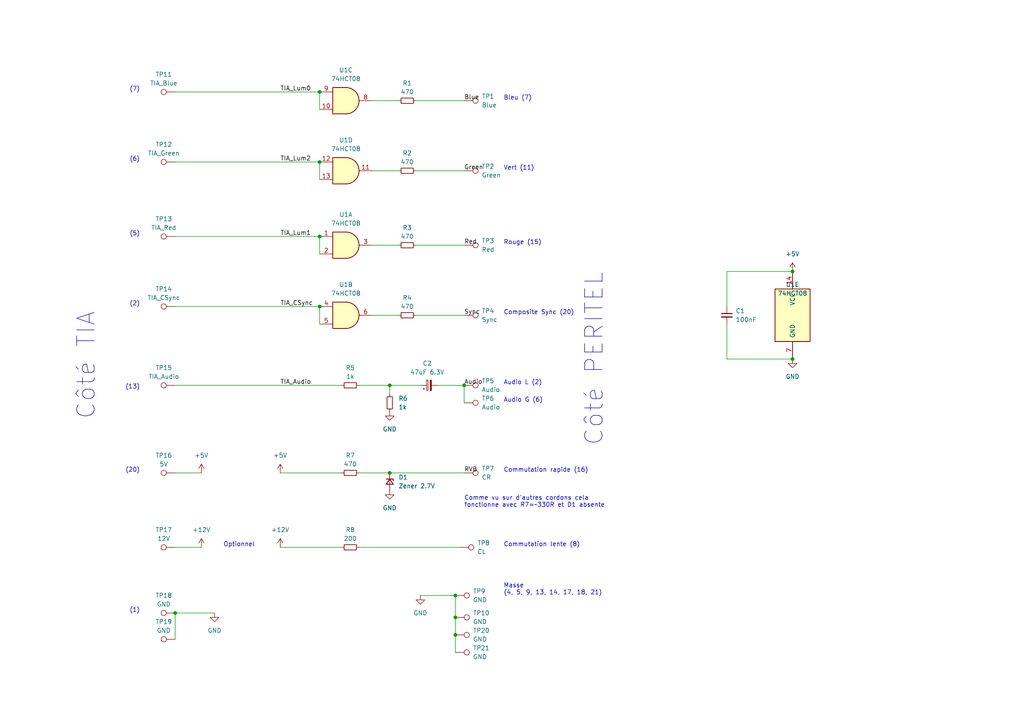
<source format=kicad_sch>
(kicad_sch (version 20230121) (generator eeschema)
  (paper "A4")
  (title_block (title "Atari 2600 SECAM to RGB") (date "2023-11-05") (rev "0.1") (company "FLACO 2023, CC-BY-NC-SA") (comment 1 "Version personnelle CMS de http://eddystoys.blogspot.com/2014/08/atari-2600.html"))
  (lib_symbols
    (symbol "74xx:74LS08" (pin_names (offset 1.016))
      (property "Reference" "U" (at 0 1.27 0))
      (property "Value" "74LS08" (at 0 -1.27 0))
      (symbol "74LS08_1_1"
        (arc (start 0 -3.81) (mid 3.7934 0) (end 0 3.81) (stroke (width 0.254)) (fill (type background)))
        (polyline (pts (xy 0 3.81) (xy -3.81 3.81) (xy -3.81 -3.81) (xy 0 -3.81)) (stroke (width 0.254)) (fill (type background)))
        (pin input line (at -7.62 2.54 0) (length 3.81) (name "~") (number "1"))
        (pin input line (at -7.62 -2.54 0) (length 3.81) (name "~") (number "2"))
        (pin output line (at 7.62 0 180) (length 3.81) (name "~") (number "3"))
      )
      (symbol "74LS08_1_2"
        (arc (start -3.81 -3.81) (mid -2.589 0) (end -3.81 3.81) (stroke (width 0.254)))
        (arc (start -0.6096 -3.81) (mid 2.1842 -2.5851) (end 3.81 0) (stroke (width 0.254)) (fill (type background)))
        (polyline (pts (xy -3.81 -3.81) (xy -0.635 -3.81)) (stroke (width 0.254)) (fill (type background)))
        (polyline (pts (xy -3.81 3.81) (xy -0.635 3.81)) (stroke (width 0.254)) (fill (type background)))
        (polyline (pts (xy -0.635 3.81) (xy -3.81 3.81) (xy -3.81 3.81) (xy -3.556 3.4036) (xy -3.0226 2.2606) (xy -2.6924 1.0414) (xy -2.6162 -0.254) (xy -2.7686 -1.4986) (xy -3.175 -2.7178) (xy -3.81 -3.81) (xy -3.81 -3.81) (xy -0.635 -3.81)) (stroke (width -25.4)) (fill (type background)))
        (arc (start 3.81 0) (mid 2.1915 2.5936) (end -0.6096 3.81) (stroke (width 0.254)) (fill (type background)))
        (pin input inverted (at -7.62 2.54 0) (length 4.318) (name "~") (number "1"))
        (pin input inverted (at -7.62 -2.54 0) (length 4.318) (name "~") (number "2"))
        (pin output inverted (at 7.62 0 180) (length 3.81) (name "~") (number "3"))
      )
      (symbol "74LS08_2_1"
        (arc (start 0 -3.81) (mid 3.7934 0) (end 0 3.81) (stroke (width 0.254)) (fill (type background)))
        (polyline (pts (xy 0 3.81) (xy -3.81 3.81) (xy -3.81 -3.81) (xy 0 -3.81)) (stroke (width 0.254)) (fill (type background)))
        (pin input line (at -7.62 2.54 0) (length 3.81) (name "~") (number "4"))
        (pin input line (at -7.62 -2.54 0) (length 3.81) (name "~") (number "5"))
        (pin output line (at 7.62 0 180) (length 3.81) (name "~") (number "6"))
      )
      (symbol "74LS08_2_2"
        (arc (start -3.81 -3.81) (mid -2.589 0) (end -3.81 3.81) (stroke (width 0.254)))
        (arc (start -0.6096 -3.81) (mid 2.1842 -2.5851) (end 3.81 0) (stroke (width 0.254)) (fill (type background)))
        (polyline (pts (xy -3.81 -3.81) (xy -0.635 -3.81)) (stroke (width 0.254)) (fill (type background)))
        (polyline (pts (xy -3.81 3.81) (xy -0.635 3.81)) (stroke (width 0.254)) (fill (type background)))
        (polyline (pts (xy -0.635 3.81) (xy -3.81 3.81) (xy -3.81 3.81) (xy -3.556 3.4036) (xy -3.0226 2.2606) (xy -2.6924 1.0414) (xy -2.6162 -0.254) (xy -2.7686 -1.4986) (xy -3.175 -2.7178) (xy -3.81 -3.81) (xy -3.81 -3.81) (xy -0.635 -3.81)) (stroke (width -25.4)) (fill (type background)))
        (arc (start 3.81 0) (mid 2.1915 2.5936) (end -0.6096 3.81) (stroke (width 0.254)) (fill (type background)))
        (pin input inverted (at -7.62 2.54 0) (length 4.318) (name "~") (number "4"))
        (pin input inverted (at -7.62 -2.54 0) (length 4.318) (name "~") (number "5"))
        (pin output inverted (at 7.62 0 180) (length 3.81) (name "~") (number "6"))
      )
      (symbol "74LS08_3_1"
        (arc (start 0 -3.81) (mid 3.7934 0) (end 0 3.81) (stroke (width 0.254)) (fill (type background)))
        (polyline (pts (xy 0 3.81) (xy -3.81 3.81) (xy -3.81 -3.81) (xy 0 -3.81)) (stroke (width 0.254)) (fill (type background)))
        (pin input line (at -7.62 -2.54 0) (length 3.81) (name "~") (number "10"))
        (pin output line (at 7.62 0 180) (length 3.81) (name "~") (number "8"))
        (pin input line (at -7.62 2.54 0) (length 3.81) (name "~") (number "9"))
      )
      (symbol "74LS08_3_2"
        (arc (start -3.81 -3.81) (mid -2.589 0) (end -3.81 3.81) (stroke (width 0.254)))
        (arc (start -0.6096 -3.81) (mid 2.1842 -2.5851) (end 3.81 0) (stroke (width 0.254)) (fill (type background)))
        (polyline (pts (xy -3.81 -3.81) (xy -0.635 -3.81)) (stroke (width 0.254)) (fill (type background)))
        (polyline (pts (xy -3.81 3.81) (xy -0.635 3.81)) (stroke (width 0.254)) (fill (type background)))
        (polyline (pts (xy -0.635 3.81) (xy -3.81 3.81) (xy -3.81 3.81) (xy -3.556 3.4036) (xy -3.0226 2.2606) (xy -2.6924 1.0414) (xy -2.6162 -0.254) (xy -2.7686 -1.4986) (xy -3.175 -2.7178) (xy -3.81 -3.81) (xy -3.81 -3.81) (xy -0.635 -3.81)) (stroke (width -25.4)) (fill (type background)))
        (arc (start 3.81 0) (mid 2.1915 2.5936) (end -0.6096 3.81) (stroke (width 0.254)) (fill (type background)))
        (pin input inverted (at -7.62 -2.54 0) (length 4.318) (name "~") (number "10"))
        (pin output inverted (at 7.62 0 180) (length 3.81) (name "~") (number "8"))
        (pin input inverted (at -7.62 2.54 0) (length 4.318) (name "~") (number "9"))
      )
      (symbol "74LS08_4_1"
        (arc (start 0 -3.81) (mid 3.7934 0) (end 0 3.81) (stroke (width 0.254)) (fill (type background)))
        (polyline (pts (xy 0 3.81) (xy -3.81 3.81) (xy -3.81 -3.81) (xy 0 -3.81)) (stroke (width 0.254)) (fill (type background)))
        (pin output line (at 7.62 0 180) (length 3.81) (name "~") (number "11"))
        (pin input line (at -7.62 2.54 0) (length 3.81) (name "~") (number "12"))
        (pin input line (at -7.62 -2.54 0) (length 3.81) (name "~") (number "13"))
      )
      (symbol "74LS08_4_2"
        (arc (start -3.81 -3.81) (mid -2.589 0) (end -3.81 3.81) (stroke (width 0.254)))
        (arc (start -0.6096 -3.81) (mid 2.1842 -2.5851) (end 3.81 0) (stroke (width 0.254)) (fill (type background)))
        (polyline (pts (xy -3.81 -3.81) (xy -0.635 -3.81)) (stroke (width 0.254)) (fill (type background)))
        (polyline (pts (xy -3.81 3.81) (xy -0.635 3.81)) (stroke (width 0.254)) (fill (type background)))
        (polyline (pts (xy -0.635 3.81) (xy -3.81 3.81) (xy -3.81 3.81) (xy -3.556 3.4036) (xy -3.0226 2.2606) (xy -2.6924 1.0414) (xy -2.6162 -0.254) (xy -2.7686 -1.4986) (xy -3.175 -2.7178) (xy -3.81 -3.81) (xy -3.81 -3.81) (xy -0.635 -3.81)) (stroke (width -25.4)) (fill (type background)))
        (arc (start 3.81 0) (mid 2.1915 2.5936) (end -0.6096 3.81) (stroke (width 0.254)) (fill (type background)))
        (pin output inverted (at 7.62 0 180) (length 3.81) (name "~") (number "11"))
        (pin input inverted (at -7.62 2.54 0) (length 4.318) (name "~") (number "12"))
        (pin input inverted (at -7.62 -2.54 0) (length 4.318) (name "~") (number "13"))
      )
      (symbol "74LS08_5_0"
        (pin power_in line (at 0 12.7 270) (length 5.08) (name "VCC") (number "14"))
        (pin power_in line (at 0 -12.7 90) (length 5.08) (name "GND") (number "7"))
      )
      (symbol "74LS08_5_1"
        (rectangle (start -5.08 7.62) (end 5.08 -7.62) (stroke (width 0.254)) (fill (type background)))
      )
    )
    (symbol "Connector:TestPoint" (pin_numbers hide) (pin_names (offset 0.762) hide)
      (property "Reference" "TP" (at 0 6.858 0))
      (property "Value" "TestPoint" (at 0 5.08 0))
      (symbol "TestPoint_0_1"
        (circle (center 0 3.302) (radius 0.762))
      )
      (symbol "TestPoint_1_1"
        (pin passive line (at 0 0 90) (length 2.54) (name "1") (number "1"))
      )
    )
    (symbol "Device:C_Polarized_Small" (pin_numbers hide) (pin_names (offset 0.254) hide)
      (property "Reference" "C" (at 0.254 1.778 0))
      (property "Value" "C_Polarized_Small" (at 0.254 -2.032 0))
      (symbol "C_Polarized_Small_0_1"
        (rectangle (start -1.524 -0.3048) (end 1.524 -0.6858) (fill (type outline)))
        (rectangle (start -1.524 0.6858) (end 1.524 0.3048))
        (polyline (pts (xy -1.27 1.524) (xy -0.762 1.524)))
        (polyline (pts (xy -1.016 1.27) (xy -1.016 1.778)))
      )
      (symbol "C_Polarized_Small_1_1"
        (pin passive line (at 0 2.54 270) (length 1.8542) (name "~") (number "1"))
        (pin passive line (at 0 -2.54 90) (length 1.8542) (name "~") (number "2"))
      )
    )
    (symbol "Device:C_Small" (pin_numbers hide) (pin_names (offset 0.254) hide)
      (property "Reference" "C" (at 0.254 1.778 0))
      (property "Value" "C_Small" (at 0.254 -2.032 0))
      (symbol "C_Small_0_1"
        (polyline (pts (xy -1.524 -0.508) (xy 1.524 -0.508)) (stroke (width 0.3302)))
        (polyline (pts (xy -1.524 0.508) (xy 1.524 0.508)) (stroke (width 0.3048)))
      )
      (symbol "C_Small_1_1"
        (pin passive line (at 0 2.54 270) (length 2.032) (name "~") (number "1"))
        (pin passive line (at 0 -2.54 90) (length 2.032) (name "~") (number "2"))
      )
    )
    (symbol "Device:D_Zener_Small" (pin_numbers hide) (pin_names (offset 0.254) hide)
      (property "Reference" "D" (at 0 2.286 0))
      (property "Value" "D_Zener_Small" (at 0 -2.286 0))
      (symbol "D_Zener_Small_0_1"
        (polyline (pts (xy 0.762 0) (xy -0.762 0)))
        (polyline (pts (xy -0.254 1.016) (xy -0.762 1.016) (xy -0.762 -1.016)) (stroke (width 0.254)))
        (polyline (pts (xy 0.762 1.016) (xy -0.762 0) (xy 0.762 -1.016) (xy 0.762 1.016)) (stroke (width 0.254)))
      )
      (symbol "D_Zener_Small_1_1"
        (pin passive line (at -2.54 0 0) (length 1.778) (name "K") (number "1"))
        (pin passive line (at 2.54 0 180) (length 1.778) (name "A") (number "2"))
      )
    )
    (symbol "Device:R_Small" (pin_numbers hide) (pin_names (offset 0.254) hide)
      (property "Reference" "R" (at 0.762 0.508 0))
      (property "Value" "R_Small" (at 0.762 -1.016 0))
      (symbol "R_Small_0_1"
        (rectangle (start -0.762 1.778) (end 0.762 -1.778) (stroke (width 0.2032)))
      )
      (symbol "R_Small_1_1"
        (pin passive line (at 0 2.54 270) (length 0.762) (name "~") (number "1"))
        (pin passive line (at 0 -2.54 90) (length 0.762) (name "~") (number "2"))
      )
    )
    (symbol "power:+12V" (power) (pin_names (offset 0))
      (property "Value" "+12V" (at 0 3.556 0))
      (symbol "+12V_0_1"
        (polyline (pts (xy -0.762 1.27) (xy 0 2.54)))
        (polyline (pts (xy 0 0) (xy 0 2.54)))
        (polyline (pts (xy 0 2.54) (xy 0.762 1.27)))
      )
      (symbol "+12V_1_1"
        (pin power_in line (at 0 0 90) (length 0) hide (name "+12V") (number "1"))
      )
    )
    (symbol "power:+5V" (power) (pin_names (offset 0))
      (property "Value" "+5V" (at 0 3.556 0))
      (symbol "+5V_0_1"
        (polyline (pts (xy -0.762 1.27) (xy 0 2.54)))
        (polyline (pts (xy 0 0) (xy 0 2.54)))
        (polyline (pts (xy 0 2.54) (xy 0.762 1.27)))
      )
      (symbol "+5V_1_1"
        (pin power_in line (at 0 0 90) (length 0) hide (name "+5V") (number "1"))
      )
    )
    (symbol "power:GND" (power) (pin_names (offset 0))
      (property "Value" "GND" (at 0 -3.81 0))
      (symbol "GND_0_1"
        (polyline (pts (xy 0 0) (xy 0 -1.27) (xy 1.27 -1.27) (xy 0 -2.54) (xy -1.27 -1.27) (xy 0 -1.27)))
      )
      (symbol "GND_1_1"
        (pin power_in line (at 0 0 270) (length 0) hide (name "GND") (number "1"))
      )
    )
  )
  (junction (at 132.08 172.72))
  (junction (at 229.87 104.14))
  (junction (at 50.8 177.8))
  (junction (at 113.03 137.16))
  (junction (at 134.62 111.76))
  (junction (at 92.71 68.58))
  (junction (at 92.71 46.99))
  (junction (at 92.71 88.9))
  (junction (at 229.87 78.74))
  (junction (at 92.71 26.67))
  (junction (at 132.08 179.07))
  (junction (at 113.03 111.76))
  (junction (at 132.08 184.15))
  (wire (pts (xy 120.65 71.12) (xy 134.62 71.12)))
  (wire (pts (xy 121.92 172.72) (xy 132.08 172.72)))
  (wire (pts (xy 50.8 26.67) (xy 92.71 26.67)))
  (wire (pts (xy 210.82 78.74) (xy 229.87 78.74)))
  (wire (pts (xy 210.82 104.14) (xy 229.87 104.14)))
  (wire (pts (xy 50.8 177.8) (xy 62.23 177.8)))
  (wire (pts (xy 127 111.76) (xy 134.62 111.76)))
  (wire (pts (xy 107.95 29.21) (xy 115.57 29.21)))
  (wire (pts (xy 120.65 49.53) (xy 134.62 49.53)))
  (wire (pts (xy 104.14 111.76) (xy 113.03 111.76)))
  (wire (pts (xy 104.14 137.16) (xy 113.03 137.16)))
  (wire (pts (xy 81.28 158.75) (xy 99.06 158.75)))
  (wire (pts (xy 50.8 137.16) (xy 58.42 137.16)))
  (wire (pts (xy 107.95 91.44) (xy 115.57 91.44)))
  (wire (pts (xy 132.08 184.15) (xy 132.08 189.23)))
  (wire (pts (xy 113.03 137.16) (xy 134.62 137.16)))
  (wire (pts (xy 92.71 88.9) (xy 92.71 93.98)))
  (wire (pts (xy 132.08 179.07) (xy 132.08 184.15)))
  (wire (pts (xy 134.62 111.76) (xy 134.62 116.84)))
  (wire (pts (xy 50.8 88.9) (xy 92.71 88.9)))
  (wire (pts (xy 50.8 177.8) (xy 50.8 185.42)))
  (wire (pts (xy 50.8 111.76) (xy 99.06 111.76)))
  (wire (pts (xy 210.82 93.98) (xy 210.82 104.14)))
  (wire (pts (xy 210.82 88.9) (xy 210.82 78.74)))
  (wire (pts (xy 50.8 158.75) (xy 58.42 158.75)))
  (wire (pts (xy 132.08 172.72) (xy 132.08 179.07)))
  (wire (pts (xy 92.71 68.58) (xy 92.71 73.66)))
  (wire (pts (xy 81.28 137.16) (xy 99.06 137.16)))
  (wire (pts (xy 92.71 46.99) (xy 92.71 52.07)))
  (wire (pts (xy 104.14 158.75) (xy 133.35 158.75)))
  (wire (pts (xy 120.65 91.44) (xy 134.62 91.44)))
  (wire (pts (xy 50.8 68.58) (xy 92.71 68.58)))
  (wire (pts (xy 113.03 111.76) (xy 121.92 111.76)))
  (wire (pts (xy 113.03 111.76) (xy 113.03 114.3)))
  (wire (pts (xy 92.71 26.67) (xy 92.71 31.75)))
  (wire (pts (xy 107.95 71.12) (xy 115.57 71.12)))
  (wire (pts (xy 50.8 46.99) (xy 92.71 46.99)))
  (wire (pts (xy 120.65 29.21) (xy 134.62 29.21)))
  (wire (pts (xy 107.95 49.53) (xy 115.57 49.53)))
  (text "Vert (11)" (at 146.05 49.53 0) (effects (font (size 1.27 1.27)) (justify left bottom)))
  (text "Rouge (15)" (at 146.05 71.12 0) (effects (font (size 1.27 1.27)) (justify left bottom)))
  (text "Composite Sync (20)" (at 146.05 91.44 0) (effects (font (size 1.27 1.27)) (justify left bottom)))
  (text "(7)" (at 40.64 26.67 0) (effects (font (size 1.27 1.27)) (justify right bottom)))
  (text "Côté PERITEL" (at 175.26 129.54 90) (effects (font (size 5.08 5.08)) (justify left bottom)))
  (text "Audio G (6)" (at 146.05 116.84 0) (effects (font (size 1.27 1.27)) (justify left bottom)))
  (text "Bleu (7)" (at 146.05 29.21 0) (effects (font (size 1.27 1.27)) (justify left bottom)))
  (text "(13)" (at 40.64 113.03 0) (effects (font (size 1.27 1.27)) (justify right bottom)))
  (text "(1)" (at 40.64 177.8 0) (effects (font (size 1.27 1.27)) (justify right bottom)))
  (text "(20)" (at 40.64 137.16 0) (effects (font (size 1.27 1.27)) (justify right bottom)))
  (text "Audio L (2)" (at 146.05 111.76 0) (effects (font (size 1.27 1.27)) (justify left bottom)))
  (text "Optionnel" (at 64.77 158.75 0) (effects (font (size 1.27 1.27)) (justify left bottom)))
  (text "Côté TIA" (at 27.94 121.92 90) (effects (font (size 5.08 5.08)) (justify left bottom)))
  (text "(6)" (at 40.64 46.99 0) (effects (font (size 1.27 1.27)) (justify right bottom)))
  (text "Comme vu sur d'autres cordons cela\nfonctionne avec R7=~330R et D1 absente" (at 134.62 147.32 0) (effects (font (size 1.27 1.27)) (justify left bottom)))
  (text "(2)" (at 40.64 88.9 0) (effects (font (size 1.27 1.27)) (justify right bottom)))
  (text "Commutation rapide (16)" (at 146.05 137.16 0) (effects (font (size 1.27 1.27)) (justify left bottom)))
  (text "Masse\n(4, 5, 9, 13, 14, 17, 18, 21)" (at 146.05 172.72 0) (effects (font (size 1.27 1.27)) (justify left bottom)))
  (text "(5)" (at 40.64 68.58 0) (effects (font (size 1.27 1.27)) (justify right bottom)))
  (text "Commutation lente (8)" (at 146.05 158.75 0) (effects (font (size 1.27 1.27)) (justify left bottom)))
  (label "Red" (at 134.62 71.12 0))
  (label "RVB" (at 134.62 137.16 0))
  (label "TIA_Lum0" (at 81.28 26.67 0))
  (label "Audio" (at 134.62 111.76 0))
  (label "Green" (at 134.62 49.53 0))
  (label "TIA_Lum1" (at 81.28 68.58 0))
  (label "Blue" (at 134.62 29.21 0))
  (label "TIA_Lum2" (at 81.28 46.99 0))
  (label "Sync" (at 134.62 91.44 0))
  (label "TIA_CSync" (at 81.28 88.9 0))
  (label "TIA_Audio" (at 81.28 111.76 0))
  (symbol (lib_id "Connector:TestPoint") (at 50.8 185.42 90) (unit 1)
    (property "Reference" "TP19" (at 47.498 180.34 90))
    (property "Value" "GND" (at 47.498 182.88 90))
    (property "Footprint" "Sassa:TestPoint_THTPad_D1.7mm_Drill1.0mm" (effects hide))
  )
  (symbol (lib_id "Connector:TestPoint") (at 50.8 46.99 90) (unit 1)
    (property "Reference" "TP12" (at 47.498 41.91 90))
    (property "Value" "TIA_Green" (at 47.498 44.45 90))
    (property "Footprint" "Sassa:TestPoint_THTPad_D1.7mm_Drill1.0mm" (effects hide))
  )
  (symbol (lib_id "Connector:TestPoint") (at 132.08 189.23 270) (unit 1)
    (property "Reference" "TP21" (at 137.16 187.96 90) (effects (justify left)))
    (property "Value" "GND" (at 137.16 190.5 90) (effects (justify left)))
    (property "Footprint" "Sassa:TestPoint_THTPad_D1.7mm_Drill1.0mm" (effects hide))
  )
  (symbol (lib_id "Device:R_Small") (at 101.6 111.76 90) (unit 1)
    (property "Reference" "R5" (at 101.6 106.68 90))
    (property "Value" "1k" (at 101.6 109.22 90))
    (property "Footprint" "Resistor_SMD:R_0805_2012Metric" (effects hide))
  )
  (symbol (lib_id "74xx:74LS08") (at 100.33 29.21 0) (unit 3)
    (property "Reference" "U1" (at 100.3217 20.32 0))
    (property "Value" "74HCT08" (at 100.3217 22.86 0))
    (property "Footprint" "Package_SO:SO-14_3.9x8.65mm_P1.27mm" (effects hide))
    (property "Datasheet" "http://www.ti.com/lit/gpn/sn74LS08" (effects hide))
  )
  (symbol (lib_id "power:+5V") (at 81.28 137.16 0) (unit 1)
    (property "Reference" "#PWR04" (effects hide))
    (property "Value" "+5V" (at 81.28 132.08 0))
  )
  (symbol (lib_id "74xx:74LS08") (at 100.33 71.12 0) (unit 1)
    (property "Reference" "U1" (at 100.3217 62.23 0))
    (property "Value" "74HCT08" (at 100.3217 64.77 0))
    (property "Footprint" "Package_SO:SO-14_3.9x8.65mm_P1.27mm" (effects hide))
    (property "Datasheet" "http://www.ti.com/lit/gpn/sn74LS08" (effects hide))
  )
  (symbol (lib_id "Connector:TestPoint") (at 134.62 137.16 270) (unit 1)
    (property "Reference" "TP7" (at 139.7 135.89 90) (effects (justify left)))
    (property "Value" "CR" (at 139.7 138.43 90) (effects (justify left)))
    (property "Footprint" "Sassa:TestPoint_THTPad_D1.7mm_Drill1.0mm" (effects hide))
  )
  (symbol (lib_id "Device:R_Small") (at 101.6 158.75 90) (unit 1)
    (property "Reference" "R8" (at 101.6 153.67 90))
    (property "Value" "200" (at 101.6 156.21 90))
    (property "Footprint" "Resistor_SMD:R_0805_2012Metric" (effects hide))
  )
  (symbol (lib_id "Connector:TestPoint") (at 132.08 179.07 270) (unit 1)
    (property "Reference" "TP10" (at 137.16 177.8 90) (effects (justify left)))
    (property "Value" "GND" (at 137.16 180.34 90) (effects (justify left)))
    (property "Footprint" "Sassa:TestPoint_THTPad_D1.7mm_Drill1.0mm" (effects hide))
  )
  (symbol (lib_id "Connector:TestPoint") (at 134.62 49.53 270) (unit 1)
    (property "Reference" "TP2" (at 139.7 48.26 90) (effects (justify left)))
    (property "Value" "Green" (at 139.7 50.8 90) (effects (justify left)))
    (property "Footprint" "Sassa:TestPoint_THTPad_D1.7mm_Drill1.0mm" (effects hide))
  )
  (symbol (lib_id "power:+5V") (at 229.87 78.74 0) (unit 1)
    (property "Reference" "#PWR01" (effects hide))
    (property "Value" "+5V" (at 229.87 73.66 0))
  )
  (symbol (lib_id "74xx:74LS08") (at 100.33 91.44 0) (unit 2)
    (property "Reference" "U1" (at 100.3217 82.55 0))
    (property "Value" "74HCT08" (at 100.3217 85.09 0))
    (property "Footprint" "Package_SO:SO-14_3.9x8.65mm_P1.27mm" (effects hide))
    (property "Datasheet" "http://www.ti.com/lit/gpn/sn74LS08" (effects hide))
  )
  (symbol (lib_id "Connector:TestPoint") (at 50.8 137.16 90) (unit 1)
    (property "Reference" "TP16" (at 47.498 132.08 90))
    (property "Value" "5V" (at 47.498 134.62 90))
    (property "Footprint" "Sassa:TestPoint_THTPad_D1.7mm_Drill1.0mm" (effects hide))
  )
  (symbol (lib_id "Connector:TestPoint") (at 50.8 26.67 90) (unit 1)
    (property "Reference" "TP11" (at 47.498 21.59 90))
    (property "Value" "TIA_Blue" (at 47.498 24.13 90))
    (property "Footprint" "Sassa:TestPoint_THTPad_D1.7mm_Drill1.0mm" (effects hide))
  )
  (symbol (lib_id "power:+12V") (at 81.28 158.75 0) (unit 1)
    (property "Reference" "#PWR08" (effects hide))
    (property "Value" "+12V" (at 81.28 153.67 0))
  )
  (symbol (lib_id "Connector:TestPoint") (at 50.8 88.9 90) (unit 1)
    (property "Reference" "TP14" (at 47.498 83.82 90))
    (property "Value" "TIA_CSync" (at 47.498 86.36 90))
    (property "Footprint" "Sassa:TestPoint_THTPad_D1.7mm_Drill1.0mm" (effects hide))
  )
  (symbol (lib_id "Device:R_Small") (at 118.11 71.12 90) (unit 1)
    (property "Reference" "R3" (at 118.11 66.04 90))
    (property "Value" "470" (at 118.11 68.58 90))
    (property "Footprint" "Resistor_SMD:R_0805_2012Metric" (effects hide))
  )
  (symbol (lib_id "power:GND") (at 121.92 172.72 0) (unit 1)
    (property "Reference" "#PWR06" (effects hide))
    (property "Value" "GND" (at 121.92 177.8 0))
  )
  (symbol (lib_id "Device:R_Small") (at 118.11 49.53 90) (unit 1)
    (property "Reference" "R2" (at 118.11 44.45 90))
    (property "Value" "470" (at 118.11 46.99 90))
    (property "Footprint" "Resistor_SMD:R_0805_2012Metric" (effects hide))
  )
  (symbol (lib_id "power:+5V") (at 58.42 137.16 0) (unit 1)
    (property "Reference" "#PWR010" (effects hide))
    (property "Value" "+5V" (at 58.42 132.08 0))
  )
  (symbol (lib_id "Connector:TestPoint") (at 50.8 68.58 90) (unit 1)
    (property "Reference" "TP13" (at 47.498 63.5 90))
    (property "Value" "TIA_Red" (at 47.498 66.04 90))
    (property "Footprint" "Sassa:TestPoint_THTPad_D1.7mm_Drill1.0mm" (effects hide))
  )
  (symbol (lib_id "Device:C_Polarized_Small") (at 124.46 111.76 90) (unit 1)
    (property "Reference" "C2" (at 123.9139 105.41 90))
    (property "Value" "47uF 6.3V" (at 123.9139 107.95 90))
    (property "Footprint" "Capacitor_SMD:CP_Elec_6.3x5.4" (effects hide))
  )
  (symbol (lib_id "power:GND") (at 113.03 119.38 0) (unit 1)
    (property "Reference" "#PWR03" (effects hide))
    (property "Value" "GND" (at 113.03 124.46 0))
  )
  (symbol (lib_id "Device:R_Small") (at 101.6 137.16 90) (unit 1)
    (property "Reference" "R7" (at 101.6 132.08 90))
    (property "Value" "470" (at 101.6 134.62 90))
    (property "Footprint" "Resistor_SMD:R_0805_2012Metric" (effects hide))
  )
  (symbol (lib_id "Device:R_Small") (at 118.11 29.21 90) (unit 1)
    (property "Reference" "R1" (at 118.11 24.13 90))
    (property "Value" "470" (at 118.11 26.67 90))
    (property "Footprint" "Resistor_SMD:R_0805_2012Metric" (effects hide))
  )
  (symbol (lib_id "Connector:TestPoint") (at 132.08 172.72 270) (unit 1)
    (property "Reference" "TP9" (at 137.16 171.45 90) (effects (justify left)))
    (property "Value" "GND" (at 137.16 173.99 90) (effects (justify left)))
    (property "Footprint" "Sassa:TestPoint_THTPad_D1.7mm_Drill1.0mm" (effects hide))
  )
  (symbol (lib_id "Connector:TestPoint") (at 50.8 158.75 90) (unit 1)
    (property "Reference" "TP17" (at 47.498 153.67 90))
    (property "Value" "12V" (at 47.498 156.21 90))
    (property "Footprint" "Sassa:TestPoint_THTPad_D1.7mm_Drill1.0mm" (effects hide))
  )
  (symbol (lib_id "Connector:TestPoint") (at 134.62 29.21 270) (unit 1)
    (property "Reference" "TP1" (at 139.7 27.94 90) (effects (justify left)))
    (property "Value" "Blue" (at 139.7 30.48 90) (effects (justify left)))
    (property "Footprint" "Sassa:TestPoint_THTPad_D1.7mm_Drill1.0mm" (effects hide))
  )
  (symbol (lib_id "Connector:TestPoint") (at 133.35 158.75 270) (unit 1)
    (property "Reference" "TP8" (at 138.43 157.48 90) (effects (justify left)))
    (property "Value" "CL" (at 138.43 160.02 90) (effects (justify left)))
    (property "Footprint" "Sassa:TestPoint_THTPad_D1.7mm_Drill1.0mm" (effects hide))
  )
  (symbol (lib_id "Connector:TestPoint") (at 132.08 184.15 270) (unit 1)
    (property "Reference" "TP20" (at 137.16 182.88 90) (effects (justify left)))
    (property "Value" "GND" (at 137.16 185.42 90) (effects (justify left)))
    (property "Footprint" "Sassa:TestPoint_THTPad_D1.7mm_Drill1.0mm" (effects hide))
  )
  (symbol (lib_id "Device:C_Small") (at 210.82 91.44 0) (unit 1)
    (property "Reference" "C1" (at 213.36 90.1763 0) (effects (justify left)))
    (property "Value" "100nF" (at 213.36 92.7163 0) (effects (justify left)))
    (property "Footprint" "Capacitor_SMD:C_0805_2012Metric" (effects hide))
  )
  (symbol (lib_id "Connector:TestPoint") (at 134.62 71.12 270) (unit 1)
    (property "Reference" "TP3" (at 139.7 69.85 90) (effects (justify left)))
    (property "Value" "Red" (at 139.7 72.39 90) (effects (justify left)))
    (property "Footprint" "Sassa:TestPoint_THTPad_D1.7mm_Drill1.0mm" (effects hide))
  )
  (symbol (lib_id "Connector:TestPoint") (at 134.62 116.84 270) (unit 1)
    (property "Reference" "TP6" (at 139.7 115.57 90) (effects (justify left)))
    (property "Value" "Audio" (at 139.7 118.11 90) (effects (justify left)))
    (property "Footprint" "Sassa:TestPoint_THTPad_D1.7mm_Drill1.0mm" (effects hide))
  )
  (symbol (lib_id "Connector:TestPoint") (at 50.8 177.8 90) (unit 1)
    (property "Reference" "TP18" (at 47.498 172.72 90))
    (property "Value" "GND" (at 47.498 175.26 90))
    (property "Footprint" "Sassa:TestPoint_THTPad_D1.7mm_Drill1.0mm" (effects hide))
  )
  (symbol (lib_id "Connector:TestPoint") (at 134.62 111.76 270) (unit 1)
    (property "Reference" "TP5" (at 139.7 110.49 90) (effects (justify left)))
    (property "Value" "Audio" (at 139.7 113.03 90) (effects (justify left)))
    (property "Footprint" "Sassa:TestPoint_THTPad_D1.7mm_Drill1.0mm" (effects hide))
  )
  (symbol (lib_id "74xx:74LS08") (at 229.87 91.44 0) (unit 5)
    (property "Reference" "U1" (at 229.8617 82.55 0))
    (property "Value" "74HCT08" (at 229.8617 85.09 0))
    (property "Footprint" "Package_SO:SO-14_3.9x8.65mm_P1.27mm" (effects hide))
    (property "Datasheet" "http://www.ti.com/lit/gpn/sn74LS08" (effects hide))
  )
  (symbol (lib_id "power:+12V") (at 58.42 158.75 0) (unit 1)
    (property "Reference" "#PWR09" (effects hide))
    (property "Value" "+12V" (at 58.42 153.67 0))
  )
  (symbol (lib_id "74xx:74LS08") (at 100.33 49.53 0) (unit 4)
    (property "Reference" "U1" (at 100.3217 40.64 0))
    (property "Value" "74HCT08" (at 100.3217 43.18 0))
    (property "Footprint" "Package_SO:SO-14_3.9x8.65mm_P1.27mm" (effects hide))
    (property "Datasheet" "http://www.ti.com/lit/gpn/sn74LS08" (effects hide))
  )
  (symbol (lib_id "Connector:TestPoint") (at 50.8 111.76 90) (unit 1)
    (property "Reference" "TP15" (at 47.498 106.68 90))
    (property "Value" "TIA_Audio" (at 47.498 109.22 90))
    (property "Footprint" "Sassa:TestPoint_THTPad_D1.7mm_Drill1.0mm" (effects hide))
  )
  (symbol (lib_id "power:GND") (at 62.23 177.8 0) (unit 1)
    (property "Reference" "#PWR07" (effects hide))
    (property "Value" "GND" (at 62.23 182.88 0))
  )
  (symbol (lib_id "Device:R_Small") (at 113.03 116.84 180) (unit 1)
    (property "Reference" "R6" (at 115.57 115.57 0) (effects (justify right)))
    (property "Value" "1k" (at 115.57 118.11 0) (effects (justify right)))
    (property "Footprint" "Resistor_SMD:R_0805_2012Metric" (effects hide))
  )
  (symbol (lib_id "Connector:TestPoint") (at 134.62 91.44 270) (unit 1)
    (property "Reference" "TP4" (at 139.7 90.17 90) (effects (justify left)))
    (property "Value" "Sync" (at 139.7 92.71 90) (effects (justify left)))
    (property "Footprint" "Sassa:TestPoint_THTPad_D1.7mm_Drill1.0mm" (effects hide))
  )
  (symbol (lib_id "Device:R_Small") (at 118.11 91.44 90) (unit 1)
    (property "Reference" "R4" (at 118.11 86.36 90))
    (property "Value" "470" (at 118.11 88.9 90))
    (property "Footprint" "Resistor_SMD:R_0805_2012Metric" (effects hide))
  )
  (symbol (lib_id "Device:D_Zener_Small") (at 113.03 139.7 270) (unit 1)
    (property "Reference" "D1" (at 115.57 138.43 90) (effects (justify left)))
    (property "Value" "Zener 2.7V" (at 115.57 140.97 90) (effects (justify left)))
    (property "Footprint" "Diode_SMD:D_0805_2012Metric" (effects hide))
  )
  (symbol (lib_id "power:GND") (at 229.87 104.14 0) (unit 1)
    (property "Reference" "#PWR02" (effects hide))
    (property "Value" "GND" (at 229.87 109.22 0))
  )
  (symbol (lib_id "power:GND") (at 113.03 142.24 0) (unit 1)
    (property "Reference" "#PWR05" (effects hide))
    (property "Value" "GND" (at 113.03 147.32 0))
  )
)
</source>
